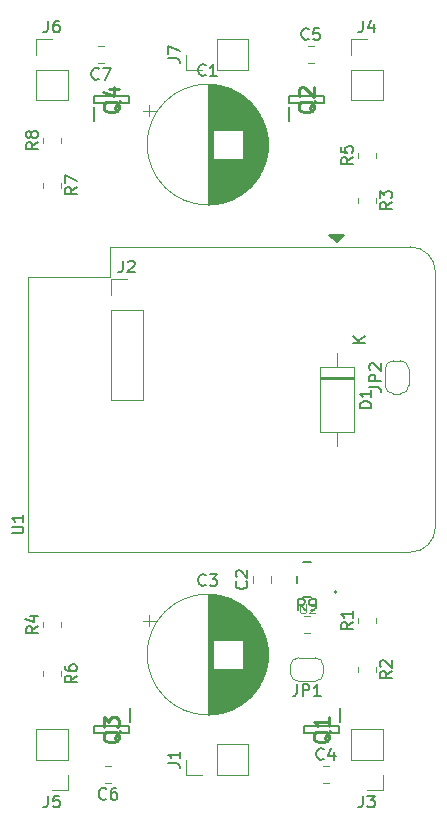
<source format=gbr>
%TF.GenerationSoftware,KiCad,Pcbnew,5.1.7-a382d34a8~88~ubuntu18.04.1*%
%TF.CreationDate,2021-04-15T09:54:52+03:00*%
%TF.ProjectId,quadimodo_pcb,71756164-696d-46f6-946f-5f7063622e6b,rev?*%
%TF.SameCoordinates,Original*%
%TF.FileFunction,Legend,Top*%
%TF.FilePolarity,Positive*%
%FSLAX46Y46*%
G04 Gerber Fmt 4.6, Leading zero omitted, Abs format (unit mm)*
G04 Created by KiCad (PCBNEW 5.1.7-a382d34a8~88~ubuntu18.04.1) date 2021-04-15 09:54:52*
%MOMM*%
%LPD*%
G01*
G04 APERTURE LIST*
%ADD10C,0.200000*%
%ADD11C,0.120000*%
%ADD12C,0.127000*%
%ADD13C,0.150000*%
%ADD14C,0.254000*%
%ADD15C,0.015000*%
G04 APERTURE END LIST*
D10*
%TO.C,Q4*%
X32790000Y-34870000D02*
X32790000Y-33670000D01*
X35765000Y-33320000D02*
X32815000Y-33320000D01*
X35765000Y-32720000D02*
X35765000Y-33320000D01*
X32815000Y-32720000D02*
X35765000Y-32720000D01*
X32815000Y-33320000D02*
X32815000Y-32720000D01*
%TO.C,Q3*%
X35790000Y-84510000D02*
X35790000Y-85710000D01*
X32815000Y-86060000D02*
X35765000Y-86060000D01*
X32815000Y-86660000D02*
X32815000Y-86060000D01*
X35765000Y-86660000D02*
X32815000Y-86660000D01*
X35765000Y-86060000D02*
X35765000Y-86660000D01*
%TO.C,Q2*%
X49300000Y-34870000D02*
X49300000Y-33670000D01*
X52275000Y-33320000D02*
X49325000Y-33320000D01*
X52275000Y-32720000D02*
X52275000Y-33320000D01*
X49325000Y-32720000D02*
X52275000Y-32720000D01*
X49325000Y-33320000D02*
X49325000Y-32720000D01*
%TO.C,Q1*%
X53570000Y-84510000D02*
X53570000Y-85710000D01*
X50595000Y-86060000D02*
X53545000Y-86060000D01*
X50595000Y-86660000D02*
X50595000Y-86060000D01*
X53545000Y-86660000D02*
X50595000Y-86660000D01*
X53545000Y-86060000D02*
X53545000Y-86660000D01*
D11*
%TO.C,JP1*%
X52200000Y-80980000D02*
X52200000Y-81580000D01*
X50100000Y-80280000D02*
X51500000Y-80280000D01*
X49400000Y-81580000D02*
X49400000Y-80980000D01*
X51500000Y-82280000D02*
X50100000Y-82280000D01*
X52200000Y-81580000D02*
G75*
G02*
X51500000Y-82280000I-700000J0D01*
G01*
X51500000Y-80280000D02*
G75*
G02*
X52200000Y-80980000I0J-700000D01*
G01*
X49400000Y-80980000D02*
G75*
G02*
X50100000Y-80280000I700000J0D01*
G01*
X50100000Y-82280000D02*
G75*
G02*
X49400000Y-81580000I0J700000D01*
G01*
%TO.C,JP2*%
X58720000Y-57930000D02*
X58120000Y-57930000D01*
X59420000Y-55830000D02*
X59420000Y-57230000D01*
X58120000Y-55130000D02*
X58720000Y-55130000D01*
X57420000Y-57230000D02*
X57420000Y-55830000D01*
X58120000Y-57930000D02*
G75*
G02*
X57420000Y-57230000I0J700000D01*
G01*
X59420000Y-57230000D02*
G75*
G02*
X58720000Y-57930000I-700000J0D01*
G01*
X58720000Y-55130000D02*
G75*
G02*
X59420000Y-55830000I0J-700000D01*
G01*
X57420000Y-55830000D02*
G75*
G02*
X58120000Y-55130000I700000J0D01*
G01*
D10*
%TO.C,U2*%
X53310000Y-74710000D02*
G75*
G03*
X53310000Y-74710000I-100000J0D01*
G01*
D12*
X51130000Y-75110000D02*
X50470000Y-75110000D01*
X50000000Y-73995000D02*
X50000000Y-73325000D01*
X50470000Y-72210000D02*
X51130000Y-72210000D01*
D11*
%TO.C,R9*%
X50572936Y-76735000D02*
X51027064Y-76735000D01*
X50572936Y-78205000D02*
X51027064Y-78205000D01*
%TO.C,J7*%
X45780000Y-30540000D02*
X45780000Y-27880000D01*
X43180000Y-30540000D02*
X45780000Y-30540000D01*
X43180000Y-27880000D02*
X45780000Y-27880000D01*
X43180000Y-30540000D02*
X43180000Y-27880000D01*
X41910000Y-30540000D02*
X40580000Y-30540000D01*
X40580000Y-30540000D02*
X40580000Y-29210000D01*
%TO.C,C7*%
X33601252Y-29945000D02*
X33078748Y-29945000D01*
X33601252Y-28475000D02*
X33078748Y-28475000D01*
%TO.C,C6*%
X34231252Y-90905000D02*
X33708748Y-90905000D01*
X34231252Y-89435000D02*
X33708748Y-89435000D01*
%TO.C,C5*%
X50858748Y-28475000D02*
X51381252Y-28475000D01*
X50858748Y-29945000D02*
X51381252Y-29945000D01*
%TO.C,C4*%
X52128748Y-89435000D02*
X52651252Y-89435000D01*
X52128748Y-90905000D02*
X52651252Y-90905000D01*
%TO.C,C2*%
X46255000Y-73921252D02*
X46255000Y-73398748D01*
X47725000Y-73921252D02*
X47725000Y-73398748D01*
%TO.C,U1*%
X34120000Y-48030000D02*
X27220000Y-48030000D01*
X34120000Y-45490000D02*
X34120000Y-48030000D01*
D13*
G36*
X53975000Y-44450000D02*
G01*
X52705000Y-44450000D01*
X53340000Y-45085000D01*
X53975000Y-44450000D01*
G37*
X53975000Y-44450000D02*
X52705000Y-44450000D01*
X53340000Y-45085000D01*
X53975000Y-44450000D01*
D11*
X61680000Y-69230000D02*
X61680000Y-47620000D01*
X27220000Y-71350000D02*
X59550000Y-71350000D01*
X34120000Y-45490000D02*
X59550000Y-45490000D01*
X27220000Y-48030000D02*
X27220000Y-71350000D01*
X61680000Y-69220000D02*
G75*
G02*
X59550000Y-71350000I-2130000J0D01*
G01*
X59550000Y-45490000D02*
G75*
G02*
X61680000Y-47620000I0J-2130000D01*
G01*
%TO.C,C1*%
X37410354Y-33455000D02*
X37410354Y-34455000D01*
X36910354Y-33955000D02*
X37910354Y-33955000D01*
X47471000Y-36231000D02*
X47471000Y-37429000D01*
X47431000Y-35968000D02*
X47431000Y-37692000D01*
X47391000Y-35768000D02*
X47391000Y-37892000D01*
X47351000Y-35600000D02*
X47351000Y-38060000D01*
X47311000Y-35452000D02*
X47311000Y-38208000D01*
X47271000Y-35320000D02*
X47271000Y-38340000D01*
X47231000Y-35200000D02*
X47231000Y-38460000D01*
X47191000Y-35088000D02*
X47191000Y-38572000D01*
X47151000Y-34984000D02*
X47151000Y-38676000D01*
X47111000Y-34886000D02*
X47111000Y-38774000D01*
X47071000Y-34793000D02*
X47071000Y-38867000D01*
X47031000Y-34705000D02*
X47031000Y-38955000D01*
X46991000Y-34621000D02*
X46991000Y-39039000D01*
X46951000Y-34541000D02*
X46951000Y-39119000D01*
X46911000Y-34465000D02*
X46911000Y-39195000D01*
X46871000Y-34391000D02*
X46871000Y-39269000D01*
X46831000Y-34320000D02*
X46831000Y-39340000D01*
X46791000Y-34251000D02*
X46791000Y-39409000D01*
X46751000Y-34185000D02*
X46751000Y-39475000D01*
X46711000Y-34121000D02*
X46711000Y-39539000D01*
X46671000Y-34060000D02*
X46671000Y-39600000D01*
X46631000Y-34000000D02*
X46631000Y-39660000D01*
X46591000Y-33941000D02*
X46591000Y-39719000D01*
X46551000Y-33885000D02*
X46551000Y-39775000D01*
X46511000Y-33830000D02*
X46511000Y-39830000D01*
X46471000Y-33776000D02*
X46471000Y-39884000D01*
X46431000Y-33724000D02*
X46431000Y-39936000D01*
X46391000Y-33674000D02*
X46391000Y-39986000D01*
X46351000Y-33624000D02*
X46351000Y-40036000D01*
X46311000Y-33576000D02*
X46311000Y-40084000D01*
X46271000Y-33529000D02*
X46271000Y-40131000D01*
X46231000Y-33483000D02*
X46231000Y-40177000D01*
X46191000Y-33438000D02*
X46191000Y-40222000D01*
X46151000Y-33394000D02*
X46151000Y-40266000D01*
X46111000Y-33352000D02*
X46111000Y-40308000D01*
X46071000Y-33310000D02*
X46071000Y-40350000D01*
X46031000Y-33269000D02*
X46031000Y-40391000D01*
X45991000Y-33229000D02*
X45991000Y-40431000D01*
X45951000Y-33190000D02*
X45951000Y-40470000D01*
X45911000Y-33151000D02*
X45911000Y-40509000D01*
X45871000Y-33114000D02*
X45871000Y-40546000D01*
X45831000Y-33077000D02*
X45831000Y-40583000D01*
X45791000Y-33041000D02*
X45791000Y-40619000D01*
X45751000Y-33006000D02*
X45751000Y-40654000D01*
X45711000Y-32972000D02*
X45711000Y-40688000D01*
X45671000Y-32938000D02*
X45671000Y-40722000D01*
X45631000Y-32905000D02*
X45631000Y-40755000D01*
X45591000Y-32873000D02*
X45591000Y-40787000D01*
X45551000Y-32841000D02*
X45551000Y-40819000D01*
X45511000Y-32810000D02*
X45511000Y-40850000D01*
X45471000Y-32780000D02*
X45471000Y-40880000D01*
X45431000Y-32750000D02*
X45431000Y-40910000D01*
X45391000Y-32720000D02*
X45391000Y-40940000D01*
X45351000Y-38071000D02*
X45351000Y-40968000D01*
X45351000Y-32692000D02*
X45351000Y-35589000D01*
X45311000Y-38071000D02*
X45311000Y-40996000D01*
X45311000Y-32664000D02*
X45311000Y-35589000D01*
X45271000Y-38071000D02*
X45271000Y-41024000D01*
X45271000Y-32636000D02*
X45271000Y-35589000D01*
X45231000Y-38071000D02*
X45231000Y-41051000D01*
X45231000Y-32609000D02*
X45231000Y-35589000D01*
X45191000Y-38071000D02*
X45191000Y-41077000D01*
X45191000Y-32583000D02*
X45191000Y-35589000D01*
X45151000Y-38071000D02*
X45151000Y-41103000D01*
X45151000Y-32557000D02*
X45151000Y-35589000D01*
X45111000Y-38071000D02*
X45111000Y-41128000D01*
X45111000Y-32532000D02*
X45111000Y-35589000D01*
X45071000Y-38071000D02*
X45071000Y-41153000D01*
X45071000Y-32507000D02*
X45071000Y-35589000D01*
X45031000Y-38071000D02*
X45031000Y-41177000D01*
X45031000Y-32483000D02*
X45031000Y-35589000D01*
X44991000Y-38071000D02*
X44991000Y-41201000D01*
X44991000Y-32459000D02*
X44991000Y-35589000D01*
X44951000Y-38071000D02*
X44951000Y-41225000D01*
X44951000Y-32435000D02*
X44951000Y-35589000D01*
X44911000Y-38071000D02*
X44911000Y-41247000D01*
X44911000Y-32413000D02*
X44911000Y-35589000D01*
X44871000Y-38071000D02*
X44871000Y-41270000D01*
X44871000Y-32390000D02*
X44871000Y-35589000D01*
X44831000Y-38071000D02*
X44831000Y-41292000D01*
X44831000Y-32368000D02*
X44831000Y-35589000D01*
X44791000Y-38071000D02*
X44791000Y-41313000D01*
X44791000Y-32347000D02*
X44791000Y-35589000D01*
X44751000Y-38071000D02*
X44751000Y-41334000D01*
X44751000Y-32326000D02*
X44751000Y-35589000D01*
X44711000Y-38071000D02*
X44711000Y-41355000D01*
X44711000Y-32305000D02*
X44711000Y-35589000D01*
X44671000Y-38071000D02*
X44671000Y-41375000D01*
X44671000Y-32285000D02*
X44671000Y-35589000D01*
X44631000Y-38071000D02*
X44631000Y-41394000D01*
X44631000Y-32266000D02*
X44631000Y-35589000D01*
X44591000Y-38071000D02*
X44591000Y-41414000D01*
X44591000Y-32246000D02*
X44591000Y-35589000D01*
X44551000Y-38071000D02*
X44551000Y-41433000D01*
X44551000Y-32227000D02*
X44551000Y-35589000D01*
X44511000Y-38071000D02*
X44511000Y-41451000D01*
X44511000Y-32209000D02*
X44511000Y-35589000D01*
X44471000Y-38071000D02*
X44471000Y-41469000D01*
X44471000Y-32191000D02*
X44471000Y-35589000D01*
X44431000Y-38071000D02*
X44431000Y-41487000D01*
X44431000Y-32173000D02*
X44431000Y-35589000D01*
X44391000Y-38071000D02*
X44391000Y-41504000D01*
X44391000Y-32156000D02*
X44391000Y-35589000D01*
X44351000Y-38071000D02*
X44351000Y-41520000D01*
X44351000Y-32140000D02*
X44351000Y-35589000D01*
X44311000Y-38071000D02*
X44311000Y-41537000D01*
X44311000Y-32123000D02*
X44311000Y-35589000D01*
X44271000Y-38071000D02*
X44271000Y-41553000D01*
X44271000Y-32107000D02*
X44271000Y-35589000D01*
X44231000Y-38071000D02*
X44231000Y-41568000D01*
X44231000Y-32092000D02*
X44231000Y-35589000D01*
X44191000Y-38071000D02*
X44191000Y-41584000D01*
X44191000Y-32076000D02*
X44191000Y-35589000D01*
X44151000Y-38071000D02*
X44151000Y-41598000D01*
X44151000Y-32062000D02*
X44151000Y-35589000D01*
X44111000Y-38071000D02*
X44111000Y-41613000D01*
X44111000Y-32047000D02*
X44111000Y-35589000D01*
X44071000Y-38071000D02*
X44071000Y-41627000D01*
X44071000Y-32033000D02*
X44071000Y-35589000D01*
X44031000Y-38071000D02*
X44031000Y-41641000D01*
X44031000Y-32019000D02*
X44031000Y-35589000D01*
X43991000Y-38071000D02*
X43991000Y-41654000D01*
X43991000Y-32006000D02*
X43991000Y-35589000D01*
X43951000Y-38071000D02*
X43951000Y-41667000D01*
X43951000Y-31993000D02*
X43951000Y-35589000D01*
X43911000Y-38071000D02*
X43911000Y-41680000D01*
X43911000Y-31980000D02*
X43911000Y-35589000D01*
X43871000Y-38071000D02*
X43871000Y-41692000D01*
X43871000Y-31968000D02*
X43871000Y-35589000D01*
X43831000Y-38071000D02*
X43831000Y-41704000D01*
X43831000Y-31956000D02*
X43831000Y-35589000D01*
X43791000Y-38071000D02*
X43791000Y-41715000D01*
X43791000Y-31945000D02*
X43791000Y-35589000D01*
X43751000Y-38071000D02*
X43751000Y-41727000D01*
X43751000Y-31933000D02*
X43751000Y-35589000D01*
X43711000Y-38071000D02*
X43711000Y-41737000D01*
X43711000Y-31923000D02*
X43711000Y-35589000D01*
X43671000Y-38071000D02*
X43671000Y-41748000D01*
X43671000Y-31912000D02*
X43671000Y-35589000D01*
X43631000Y-38071000D02*
X43631000Y-41758000D01*
X43631000Y-31902000D02*
X43631000Y-35589000D01*
X43591000Y-38071000D02*
X43591000Y-41768000D01*
X43591000Y-31892000D02*
X43591000Y-35589000D01*
X43551000Y-38071000D02*
X43551000Y-41777000D01*
X43551000Y-31883000D02*
X43551000Y-35589000D01*
X43511000Y-38071000D02*
X43511000Y-41786000D01*
X43511000Y-31874000D02*
X43511000Y-35589000D01*
X43471000Y-38071000D02*
X43471000Y-41795000D01*
X43471000Y-31865000D02*
X43471000Y-35589000D01*
X43431000Y-38071000D02*
X43431000Y-41804000D01*
X43431000Y-31856000D02*
X43431000Y-35589000D01*
X43391000Y-38071000D02*
X43391000Y-41812000D01*
X43391000Y-31848000D02*
X43391000Y-35589000D01*
X43351000Y-38071000D02*
X43351000Y-41820000D01*
X43351000Y-31840000D02*
X43351000Y-35589000D01*
X43311000Y-38071000D02*
X43311000Y-41827000D01*
X43311000Y-31833000D02*
X43311000Y-35589000D01*
X43271000Y-38071000D02*
X43271000Y-41834000D01*
X43271000Y-31826000D02*
X43271000Y-35589000D01*
X43231000Y-38071000D02*
X43231000Y-41841000D01*
X43231000Y-31819000D02*
X43231000Y-35589000D01*
X43191000Y-38071000D02*
X43191000Y-41848000D01*
X43191000Y-31812000D02*
X43191000Y-35589000D01*
X43151000Y-38071000D02*
X43151000Y-41854000D01*
X43151000Y-31806000D02*
X43151000Y-35589000D01*
X43111000Y-38071000D02*
X43111000Y-41860000D01*
X43111000Y-31800000D02*
X43111000Y-35589000D01*
X43070000Y-38071000D02*
X43070000Y-41865000D01*
X43070000Y-31795000D02*
X43070000Y-35589000D01*
X43030000Y-38071000D02*
X43030000Y-41870000D01*
X43030000Y-31790000D02*
X43030000Y-35589000D01*
X42990000Y-38071000D02*
X42990000Y-41875000D01*
X42990000Y-31785000D02*
X42990000Y-35589000D01*
X42950000Y-38071000D02*
X42950000Y-41880000D01*
X42950000Y-31780000D02*
X42950000Y-35589000D01*
X42910000Y-38071000D02*
X42910000Y-41884000D01*
X42910000Y-31776000D02*
X42910000Y-35589000D01*
X42870000Y-31772000D02*
X42870000Y-41888000D01*
X42830000Y-31768000D02*
X42830000Y-41892000D01*
X42790000Y-31765000D02*
X42790000Y-41895000D01*
X42750000Y-31762000D02*
X42750000Y-41898000D01*
X42710000Y-31760000D02*
X42710000Y-41900000D01*
X42670000Y-31757000D02*
X42670000Y-41903000D01*
X42630000Y-31755000D02*
X42630000Y-41905000D01*
X42590000Y-31753000D02*
X42590000Y-41907000D01*
X42550000Y-31752000D02*
X42550000Y-41908000D01*
X42510000Y-31751000D02*
X42510000Y-41909000D01*
X42470000Y-31750000D02*
X42470000Y-41910000D01*
X42430000Y-31750000D02*
X42430000Y-41910000D01*
X42390000Y-31750000D02*
X42390000Y-41910000D01*
X47510000Y-36830000D02*
G75*
G03*
X47510000Y-36830000I-5120000J0D01*
G01*
%TO.C,J6*%
X27880000Y-33080000D02*
X30540000Y-33080000D01*
X27880000Y-30480000D02*
X27880000Y-33080000D01*
X30540000Y-30480000D02*
X30540000Y-33080000D01*
X27880000Y-30480000D02*
X30540000Y-30480000D01*
X27880000Y-29210000D02*
X27880000Y-27880000D01*
X27880000Y-27880000D02*
X29210000Y-27880000D01*
%TO.C,J5*%
X30540000Y-86300000D02*
X27880000Y-86300000D01*
X30540000Y-88900000D02*
X30540000Y-86300000D01*
X27880000Y-88900000D02*
X27880000Y-86300000D01*
X30540000Y-88900000D02*
X27880000Y-88900000D01*
X30540000Y-90170000D02*
X30540000Y-91500000D01*
X30540000Y-91500000D02*
X29210000Y-91500000D01*
%TO.C,J4*%
X54550000Y-33080000D02*
X57210000Y-33080000D01*
X54550000Y-30480000D02*
X54550000Y-33080000D01*
X57210000Y-30480000D02*
X57210000Y-33080000D01*
X54550000Y-30480000D02*
X57210000Y-30480000D01*
X54550000Y-29210000D02*
X54550000Y-27880000D01*
X54550000Y-27880000D02*
X55880000Y-27880000D01*
%TO.C,J3*%
X57210000Y-86300000D02*
X54550000Y-86300000D01*
X57210000Y-88900000D02*
X57210000Y-86300000D01*
X54550000Y-88900000D02*
X54550000Y-86300000D01*
X57210000Y-88900000D02*
X54550000Y-88900000D01*
X57210000Y-90170000D02*
X57210000Y-91500000D01*
X57210000Y-91500000D02*
X55880000Y-91500000D01*
%TO.C,J2*%
X34230000Y-48200000D02*
X35560000Y-48200000D01*
X34230000Y-49530000D02*
X34230000Y-48200000D01*
X34230000Y-50800000D02*
X36890000Y-50800000D01*
X36890000Y-50800000D02*
X36890000Y-58480000D01*
X34230000Y-50800000D02*
X34230000Y-58480000D01*
X34230000Y-58480000D02*
X36890000Y-58480000D01*
%TO.C,J1*%
X40580000Y-90230000D02*
X40580000Y-88900000D01*
X41910000Y-90230000D02*
X40580000Y-90230000D01*
X43180000Y-90230000D02*
X43180000Y-87570000D01*
X43180000Y-87570000D02*
X45780000Y-87570000D01*
X43180000Y-90230000D02*
X45780000Y-90230000D01*
X45780000Y-90230000D02*
X45780000Y-87570000D01*
%TO.C,R8*%
X29945000Y-36699564D02*
X29945000Y-36245436D01*
X28475000Y-36699564D02*
X28475000Y-36245436D01*
%TO.C,R7*%
X28475000Y-40055436D02*
X28475000Y-40509564D01*
X29945000Y-40055436D02*
X29945000Y-40509564D01*
%TO.C,R6*%
X28475000Y-81410436D02*
X28475000Y-81864564D01*
X29945000Y-81410436D02*
X29945000Y-81864564D01*
%TO.C,R5*%
X56615000Y-37969564D02*
X56615000Y-37515436D01*
X55145000Y-37969564D02*
X55145000Y-37515436D01*
%TO.C,R4*%
X29945000Y-77697064D02*
X29945000Y-77242936D01*
X28475000Y-77697064D02*
X28475000Y-77242936D01*
%TO.C,R3*%
X55145000Y-41325436D02*
X55145000Y-41779564D01*
X56615000Y-41325436D02*
X56615000Y-41779564D01*
%TO.C,D1*%
X54810000Y-56480000D02*
X51870000Y-56480000D01*
X54810000Y-56720000D02*
X51870000Y-56720000D01*
X54810000Y-56600000D02*
X51870000Y-56600000D01*
X53340000Y-62360000D02*
X53340000Y-61140000D01*
X53340000Y-54480000D02*
X53340000Y-55700000D01*
X54810000Y-61140000D02*
X54810000Y-55700000D01*
X51870000Y-61140000D02*
X54810000Y-61140000D01*
X51870000Y-55700000D02*
X51870000Y-61140000D01*
X54810000Y-55700000D02*
X51870000Y-55700000D01*
%TO.C,C3*%
X37410354Y-76635000D02*
X37410354Y-77635000D01*
X36910354Y-77135000D02*
X37910354Y-77135000D01*
X47471000Y-79411000D02*
X47471000Y-80609000D01*
X47431000Y-79148000D02*
X47431000Y-80872000D01*
X47391000Y-78948000D02*
X47391000Y-81072000D01*
X47351000Y-78780000D02*
X47351000Y-81240000D01*
X47311000Y-78632000D02*
X47311000Y-81388000D01*
X47271000Y-78500000D02*
X47271000Y-81520000D01*
X47231000Y-78380000D02*
X47231000Y-81640000D01*
X47191000Y-78268000D02*
X47191000Y-81752000D01*
X47151000Y-78164000D02*
X47151000Y-81856000D01*
X47111000Y-78066000D02*
X47111000Y-81954000D01*
X47071000Y-77973000D02*
X47071000Y-82047000D01*
X47031000Y-77885000D02*
X47031000Y-82135000D01*
X46991000Y-77801000D02*
X46991000Y-82219000D01*
X46951000Y-77721000D02*
X46951000Y-82299000D01*
X46911000Y-77645000D02*
X46911000Y-82375000D01*
X46871000Y-77571000D02*
X46871000Y-82449000D01*
X46831000Y-77500000D02*
X46831000Y-82520000D01*
X46791000Y-77431000D02*
X46791000Y-82589000D01*
X46751000Y-77365000D02*
X46751000Y-82655000D01*
X46711000Y-77301000D02*
X46711000Y-82719000D01*
X46671000Y-77240000D02*
X46671000Y-82780000D01*
X46631000Y-77180000D02*
X46631000Y-82840000D01*
X46591000Y-77121000D02*
X46591000Y-82899000D01*
X46551000Y-77065000D02*
X46551000Y-82955000D01*
X46511000Y-77010000D02*
X46511000Y-83010000D01*
X46471000Y-76956000D02*
X46471000Y-83064000D01*
X46431000Y-76904000D02*
X46431000Y-83116000D01*
X46391000Y-76854000D02*
X46391000Y-83166000D01*
X46351000Y-76804000D02*
X46351000Y-83216000D01*
X46311000Y-76756000D02*
X46311000Y-83264000D01*
X46271000Y-76709000D02*
X46271000Y-83311000D01*
X46231000Y-76663000D02*
X46231000Y-83357000D01*
X46191000Y-76618000D02*
X46191000Y-83402000D01*
X46151000Y-76574000D02*
X46151000Y-83446000D01*
X46111000Y-76532000D02*
X46111000Y-83488000D01*
X46071000Y-76490000D02*
X46071000Y-83530000D01*
X46031000Y-76449000D02*
X46031000Y-83571000D01*
X45991000Y-76409000D02*
X45991000Y-83611000D01*
X45951000Y-76370000D02*
X45951000Y-83650000D01*
X45911000Y-76331000D02*
X45911000Y-83689000D01*
X45871000Y-76294000D02*
X45871000Y-83726000D01*
X45831000Y-76257000D02*
X45831000Y-83763000D01*
X45791000Y-76221000D02*
X45791000Y-83799000D01*
X45751000Y-76186000D02*
X45751000Y-83834000D01*
X45711000Y-76152000D02*
X45711000Y-83868000D01*
X45671000Y-76118000D02*
X45671000Y-83902000D01*
X45631000Y-76085000D02*
X45631000Y-83935000D01*
X45591000Y-76053000D02*
X45591000Y-83967000D01*
X45551000Y-76021000D02*
X45551000Y-83999000D01*
X45511000Y-75990000D02*
X45511000Y-84030000D01*
X45471000Y-75960000D02*
X45471000Y-84060000D01*
X45431000Y-75930000D02*
X45431000Y-84090000D01*
X45391000Y-75900000D02*
X45391000Y-84120000D01*
X45351000Y-81251000D02*
X45351000Y-84148000D01*
X45351000Y-75872000D02*
X45351000Y-78769000D01*
X45311000Y-81251000D02*
X45311000Y-84176000D01*
X45311000Y-75844000D02*
X45311000Y-78769000D01*
X45271000Y-81251000D02*
X45271000Y-84204000D01*
X45271000Y-75816000D02*
X45271000Y-78769000D01*
X45231000Y-81251000D02*
X45231000Y-84231000D01*
X45231000Y-75789000D02*
X45231000Y-78769000D01*
X45191000Y-81251000D02*
X45191000Y-84257000D01*
X45191000Y-75763000D02*
X45191000Y-78769000D01*
X45151000Y-81251000D02*
X45151000Y-84283000D01*
X45151000Y-75737000D02*
X45151000Y-78769000D01*
X45111000Y-81251000D02*
X45111000Y-84308000D01*
X45111000Y-75712000D02*
X45111000Y-78769000D01*
X45071000Y-81251000D02*
X45071000Y-84333000D01*
X45071000Y-75687000D02*
X45071000Y-78769000D01*
X45031000Y-81251000D02*
X45031000Y-84357000D01*
X45031000Y-75663000D02*
X45031000Y-78769000D01*
X44991000Y-81251000D02*
X44991000Y-84381000D01*
X44991000Y-75639000D02*
X44991000Y-78769000D01*
X44951000Y-81251000D02*
X44951000Y-84405000D01*
X44951000Y-75615000D02*
X44951000Y-78769000D01*
X44911000Y-81251000D02*
X44911000Y-84427000D01*
X44911000Y-75593000D02*
X44911000Y-78769000D01*
X44871000Y-81251000D02*
X44871000Y-84450000D01*
X44871000Y-75570000D02*
X44871000Y-78769000D01*
X44831000Y-81251000D02*
X44831000Y-84472000D01*
X44831000Y-75548000D02*
X44831000Y-78769000D01*
X44791000Y-81251000D02*
X44791000Y-84493000D01*
X44791000Y-75527000D02*
X44791000Y-78769000D01*
X44751000Y-81251000D02*
X44751000Y-84514000D01*
X44751000Y-75506000D02*
X44751000Y-78769000D01*
X44711000Y-81251000D02*
X44711000Y-84535000D01*
X44711000Y-75485000D02*
X44711000Y-78769000D01*
X44671000Y-81251000D02*
X44671000Y-84555000D01*
X44671000Y-75465000D02*
X44671000Y-78769000D01*
X44631000Y-81251000D02*
X44631000Y-84574000D01*
X44631000Y-75446000D02*
X44631000Y-78769000D01*
X44591000Y-81251000D02*
X44591000Y-84594000D01*
X44591000Y-75426000D02*
X44591000Y-78769000D01*
X44551000Y-81251000D02*
X44551000Y-84613000D01*
X44551000Y-75407000D02*
X44551000Y-78769000D01*
X44511000Y-81251000D02*
X44511000Y-84631000D01*
X44511000Y-75389000D02*
X44511000Y-78769000D01*
X44471000Y-81251000D02*
X44471000Y-84649000D01*
X44471000Y-75371000D02*
X44471000Y-78769000D01*
X44431000Y-81251000D02*
X44431000Y-84667000D01*
X44431000Y-75353000D02*
X44431000Y-78769000D01*
X44391000Y-81251000D02*
X44391000Y-84684000D01*
X44391000Y-75336000D02*
X44391000Y-78769000D01*
X44351000Y-81251000D02*
X44351000Y-84700000D01*
X44351000Y-75320000D02*
X44351000Y-78769000D01*
X44311000Y-81251000D02*
X44311000Y-84717000D01*
X44311000Y-75303000D02*
X44311000Y-78769000D01*
X44271000Y-81251000D02*
X44271000Y-84733000D01*
X44271000Y-75287000D02*
X44271000Y-78769000D01*
X44231000Y-81251000D02*
X44231000Y-84748000D01*
X44231000Y-75272000D02*
X44231000Y-78769000D01*
X44191000Y-81251000D02*
X44191000Y-84764000D01*
X44191000Y-75256000D02*
X44191000Y-78769000D01*
X44151000Y-81251000D02*
X44151000Y-84778000D01*
X44151000Y-75242000D02*
X44151000Y-78769000D01*
X44111000Y-81251000D02*
X44111000Y-84793000D01*
X44111000Y-75227000D02*
X44111000Y-78769000D01*
X44071000Y-81251000D02*
X44071000Y-84807000D01*
X44071000Y-75213000D02*
X44071000Y-78769000D01*
X44031000Y-81251000D02*
X44031000Y-84821000D01*
X44031000Y-75199000D02*
X44031000Y-78769000D01*
X43991000Y-81251000D02*
X43991000Y-84834000D01*
X43991000Y-75186000D02*
X43991000Y-78769000D01*
X43951000Y-81251000D02*
X43951000Y-84847000D01*
X43951000Y-75173000D02*
X43951000Y-78769000D01*
X43911000Y-81251000D02*
X43911000Y-84860000D01*
X43911000Y-75160000D02*
X43911000Y-78769000D01*
X43871000Y-81251000D02*
X43871000Y-84872000D01*
X43871000Y-75148000D02*
X43871000Y-78769000D01*
X43831000Y-81251000D02*
X43831000Y-84884000D01*
X43831000Y-75136000D02*
X43831000Y-78769000D01*
X43791000Y-81251000D02*
X43791000Y-84895000D01*
X43791000Y-75125000D02*
X43791000Y-78769000D01*
X43751000Y-81251000D02*
X43751000Y-84907000D01*
X43751000Y-75113000D02*
X43751000Y-78769000D01*
X43711000Y-81251000D02*
X43711000Y-84917000D01*
X43711000Y-75103000D02*
X43711000Y-78769000D01*
X43671000Y-81251000D02*
X43671000Y-84928000D01*
X43671000Y-75092000D02*
X43671000Y-78769000D01*
X43631000Y-81251000D02*
X43631000Y-84938000D01*
X43631000Y-75082000D02*
X43631000Y-78769000D01*
X43591000Y-81251000D02*
X43591000Y-84948000D01*
X43591000Y-75072000D02*
X43591000Y-78769000D01*
X43551000Y-81251000D02*
X43551000Y-84957000D01*
X43551000Y-75063000D02*
X43551000Y-78769000D01*
X43511000Y-81251000D02*
X43511000Y-84966000D01*
X43511000Y-75054000D02*
X43511000Y-78769000D01*
X43471000Y-81251000D02*
X43471000Y-84975000D01*
X43471000Y-75045000D02*
X43471000Y-78769000D01*
X43431000Y-81251000D02*
X43431000Y-84984000D01*
X43431000Y-75036000D02*
X43431000Y-78769000D01*
X43391000Y-81251000D02*
X43391000Y-84992000D01*
X43391000Y-75028000D02*
X43391000Y-78769000D01*
X43351000Y-81251000D02*
X43351000Y-85000000D01*
X43351000Y-75020000D02*
X43351000Y-78769000D01*
X43311000Y-81251000D02*
X43311000Y-85007000D01*
X43311000Y-75013000D02*
X43311000Y-78769000D01*
X43271000Y-81251000D02*
X43271000Y-85014000D01*
X43271000Y-75006000D02*
X43271000Y-78769000D01*
X43231000Y-81251000D02*
X43231000Y-85021000D01*
X43231000Y-74999000D02*
X43231000Y-78769000D01*
X43191000Y-81251000D02*
X43191000Y-85028000D01*
X43191000Y-74992000D02*
X43191000Y-78769000D01*
X43151000Y-81251000D02*
X43151000Y-85034000D01*
X43151000Y-74986000D02*
X43151000Y-78769000D01*
X43111000Y-81251000D02*
X43111000Y-85040000D01*
X43111000Y-74980000D02*
X43111000Y-78769000D01*
X43070000Y-81251000D02*
X43070000Y-85045000D01*
X43070000Y-74975000D02*
X43070000Y-78769000D01*
X43030000Y-81251000D02*
X43030000Y-85050000D01*
X43030000Y-74970000D02*
X43030000Y-78769000D01*
X42990000Y-81251000D02*
X42990000Y-85055000D01*
X42990000Y-74965000D02*
X42990000Y-78769000D01*
X42950000Y-81251000D02*
X42950000Y-85060000D01*
X42950000Y-74960000D02*
X42950000Y-78769000D01*
X42910000Y-81251000D02*
X42910000Y-85064000D01*
X42910000Y-74956000D02*
X42910000Y-78769000D01*
X42870000Y-74952000D02*
X42870000Y-85068000D01*
X42830000Y-74948000D02*
X42830000Y-85072000D01*
X42790000Y-74945000D02*
X42790000Y-85075000D01*
X42750000Y-74942000D02*
X42750000Y-85078000D01*
X42710000Y-74940000D02*
X42710000Y-85080000D01*
X42670000Y-74937000D02*
X42670000Y-85083000D01*
X42630000Y-74935000D02*
X42630000Y-85085000D01*
X42590000Y-74933000D02*
X42590000Y-85087000D01*
X42550000Y-74932000D02*
X42550000Y-85088000D01*
X42510000Y-74931000D02*
X42510000Y-85089000D01*
X42470000Y-74930000D02*
X42470000Y-85090000D01*
X42430000Y-74930000D02*
X42430000Y-85090000D01*
X42390000Y-74930000D02*
X42390000Y-85090000D01*
X47510000Y-80010000D02*
G75*
G03*
X47510000Y-80010000I-5120000J0D01*
G01*
%TO.C,R2*%
X55145000Y-81052936D02*
X55145000Y-81507064D01*
X56615000Y-81052936D02*
X56615000Y-81507064D01*
%TO.C,R1*%
X56615000Y-77339564D02*
X56615000Y-76885436D01*
X55145000Y-77339564D02*
X55145000Y-76885436D01*
%TO.C,Q4*%
D14*
X34985476Y-33140952D02*
X34925000Y-33261904D01*
X34804047Y-33382857D01*
X34622619Y-33564285D01*
X34562142Y-33685238D01*
X34562142Y-33806190D01*
X34864523Y-33745714D02*
X34804047Y-33866666D01*
X34683095Y-33987619D01*
X34441190Y-34048095D01*
X34017857Y-34048095D01*
X33775952Y-33987619D01*
X33655000Y-33866666D01*
X33594523Y-33745714D01*
X33594523Y-33503809D01*
X33655000Y-33382857D01*
X33775952Y-33261904D01*
X34017857Y-33201428D01*
X34441190Y-33201428D01*
X34683095Y-33261904D01*
X34804047Y-33382857D01*
X34864523Y-33503809D01*
X34864523Y-33745714D01*
X34017857Y-32112857D02*
X34864523Y-32112857D01*
X33534047Y-32415238D02*
X34441190Y-32717619D01*
X34441190Y-31931428D01*
%TO.C,Q3*%
X34985476Y-86480952D02*
X34925000Y-86601904D01*
X34804047Y-86722857D01*
X34622619Y-86904285D01*
X34562142Y-87025238D01*
X34562142Y-87146190D01*
X34864523Y-87085714D02*
X34804047Y-87206666D01*
X34683095Y-87327619D01*
X34441190Y-87388095D01*
X34017857Y-87388095D01*
X33775952Y-87327619D01*
X33655000Y-87206666D01*
X33594523Y-87085714D01*
X33594523Y-86843809D01*
X33655000Y-86722857D01*
X33775952Y-86601904D01*
X34017857Y-86541428D01*
X34441190Y-86541428D01*
X34683095Y-86601904D01*
X34804047Y-86722857D01*
X34864523Y-86843809D01*
X34864523Y-87085714D01*
X33594523Y-86118095D02*
X33594523Y-85331904D01*
X34078333Y-85755238D01*
X34078333Y-85573809D01*
X34138809Y-85452857D01*
X34199285Y-85392380D01*
X34320238Y-85331904D01*
X34622619Y-85331904D01*
X34743571Y-85392380D01*
X34804047Y-85452857D01*
X34864523Y-85573809D01*
X34864523Y-85936666D01*
X34804047Y-86057619D01*
X34743571Y-86118095D01*
%TO.C,Q2*%
X51495476Y-33140952D02*
X51435000Y-33261904D01*
X51314047Y-33382857D01*
X51132619Y-33564285D01*
X51072142Y-33685238D01*
X51072142Y-33806190D01*
X51374523Y-33745714D02*
X51314047Y-33866666D01*
X51193095Y-33987619D01*
X50951190Y-34048095D01*
X50527857Y-34048095D01*
X50285952Y-33987619D01*
X50165000Y-33866666D01*
X50104523Y-33745714D01*
X50104523Y-33503809D01*
X50165000Y-33382857D01*
X50285952Y-33261904D01*
X50527857Y-33201428D01*
X50951190Y-33201428D01*
X51193095Y-33261904D01*
X51314047Y-33382857D01*
X51374523Y-33503809D01*
X51374523Y-33745714D01*
X50225476Y-32717619D02*
X50165000Y-32657142D01*
X50104523Y-32536190D01*
X50104523Y-32233809D01*
X50165000Y-32112857D01*
X50225476Y-32052380D01*
X50346428Y-31991904D01*
X50467380Y-31991904D01*
X50648809Y-32052380D01*
X51374523Y-32778095D01*
X51374523Y-31991904D01*
%TO.C,Q1*%
X52765476Y-86480952D02*
X52705000Y-86601904D01*
X52584047Y-86722857D01*
X52402619Y-86904285D01*
X52342142Y-87025238D01*
X52342142Y-87146190D01*
X52644523Y-87085714D02*
X52584047Y-87206666D01*
X52463095Y-87327619D01*
X52221190Y-87388095D01*
X51797857Y-87388095D01*
X51555952Y-87327619D01*
X51435000Y-87206666D01*
X51374523Y-87085714D01*
X51374523Y-86843809D01*
X51435000Y-86722857D01*
X51555952Y-86601904D01*
X51797857Y-86541428D01*
X52221190Y-86541428D01*
X52463095Y-86601904D01*
X52584047Y-86722857D01*
X52644523Y-86843809D01*
X52644523Y-87085714D01*
X52644523Y-85331904D02*
X52644523Y-86057619D01*
X52644523Y-85694761D02*
X51374523Y-85694761D01*
X51555952Y-85815714D01*
X51676904Y-85936666D01*
X51737380Y-86057619D01*
%TO.C,JP1*%
D13*
X49966666Y-82532380D02*
X49966666Y-83246666D01*
X49919047Y-83389523D01*
X49823809Y-83484761D01*
X49680952Y-83532380D01*
X49585714Y-83532380D01*
X50442857Y-83532380D02*
X50442857Y-82532380D01*
X50823809Y-82532380D01*
X50919047Y-82580000D01*
X50966666Y-82627619D01*
X51014285Y-82722857D01*
X51014285Y-82865714D01*
X50966666Y-82960952D01*
X50919047Y-83008571D01*
X50823809Y-83056190D01*
X50442857Y-83056190D01*
X51966666Y-83532380D02*
X51395238Y-83532380D01*
X51680952Y-83532380D02*
X51680952Y-82532380D01*
X51585714Y-82675238D01*
X51490476Y-82770476D01*
X51395238Y-82818095D01*
%TO.C,JP2*%
X56072380Y-57363333D02*
X56786666Y-57363333D01*
X56929523Y-57410952D01*
X57024761Y-57506190D01*
X57072380Y-57649047D01*
X57072380Y-57744285D01*
X57072380Y-56887142D02*
X56072380Y-56887142D01*
X56072380Y-56506190D01*
X56120000Y-56410952D01*
X56167619Y-56363333D01*
X56262857Y-56315714D01*
X56405714Y-56315714D01*
X56500952Y-56363333D01*
X56548571Y-56410952D01*
X56596190Y-56506190D01*
X56596190Y-56887142D01*
X56167619Y-55934761D02*
X56120000Y-55887142D01*
X56072380Y-55791904D01*
X56072380Y-55553809D01*
X56120000Y-55458571D01*
X56167619Y-55410952D01*
X56262857Y-55363333D01*
X56358095Y-55363333D01*
X56500952Y-55410952D01*
X57072380Y-55982380D01*
X57072380Y-55363333D01*
%TO.C,U2*%
D15*
X50250476Y-75729904D02*
X50250476Y-76377523D01*
X50288571Y-76453714D01*
X50326666Y-76491809D01*
X50402857Y-76529904D01*
X50555238Y-76529904D01*
X50631428Y-76491809D01*
X50669523Y-76453714D01*
X50707619Y-76377523D01*
X50707619Y-75729904D01*
X51050476Y-75806095D02*
X51088571Y-75768000D01*
X51164761Y-75729904D01*
X51355238Y-75729904D01*
X51431428Y-75768000D01*
X51469523Y-75806095D01*
X51507619Y-75882285D01*
X51507619Y-75958476D01*
X51469523Y-76072761D01*
X51012380Y-76529904D01*
X51507619Y-76529904D01*
%TO.C,R9*%
D13*
X50633333Y-76272380D02*
X50300000Y-75796190D01*
X50061904Y-76272380D02*
X50061904Y-75272380D01*
X50442857Y-75272380D01*
X50538095Y-75320000D01*
X50585714Y-75367619D01*
X50633333Y-75462857D01*
X50633333Y-75605714D01*
X50585714Y-75700952D01*
X50538095Y-75748571D01*
X50442857Y-75796190D01*
X50061904Y-75796190D01*
X51109523Y-76272380D02*
X51300000Y-76272380D01*
X51395238Y-76224761D01*
X51442857Y-76177142D01*
X51538095Y-76034285D01*
X51585714Y-75843809D01*
X51585714Y-75462857D01*
X51538095Y-75367619D01*
X51490476Y-75320000D01*
X51395238Y-75272380D01*
X51204761Y-75272380D01*
X51109523Y-75320000D01*
X51061904Y-75367619D01*
X51014285Y-75462857D01*
X51014285Y-75700952D01*
X51061904Y-75796190D01*
X51109523Y-75843809D01*
X51204761Y-75891428D01*
X51395238Y-75891428D01*
X51490476Y-75843809D01*
X51538095Y-75796190D01*
X51585714Y-75700952D01*
%TO.C,J7*%
X39032380Y-29543333D02*
X39746666Y-29543333D01*
X39889523Y-29590952D01*
X39984761Y-29686190D01*
X40032380Y-29829047D01*
X40032380Y-29924285D01*
X39032380Y-29162380D02*
X39032380Y-28495714D01*
X40032380Y-28924285D01*
%TO.C,C7*%
X33173333Y-31247142D02*
X33125714Y-31294761D01*
X32982857Y-31342380D01*
X32887619Y-31342380D01*
X32744761Y-31294761D01*
X32649523Y-31199523D01*
X32601904Y-31104285D01*
X32554285Y-30913809D01*
X32554285Y-30770952D01*
X32601904Y-30580476D01*
X32649523Y-30485238D01*
X32744761Y-30390000D01*
X32887619Y-30342380D01*
X32982857Y-30342380D01*
X33125714Y-30390000D01*
X33173333Y-30437619D01*
X33506666Y-30342380D02*
X34173333Y-30342380D01*
X33744761Y-31342380D01*
%TO.C,C6*%
X33803333Y-92207142D02*
X33755714Y-92254761D01*
X33612857Y-92302380D01*
X33517619Y-92302380D01*
X33374761Y-92254761D01*
X33279523Y-92159523D01*
X33231904Y-92064285D01*
X33184285Y-91873809D01*
X33184285Y-91730952D01*
X33231904Y-91540476D01*
X33279523Y-91445238D01*
X33374761Y-91350000D01*
X33517619Y-91302380D01*
X33612857Y-91302380D01*
X33755714Y-91350000D01*
X33803333Y-91397619D01*
X34660476Y-91302380D02*
X34470000Y-91302380D01*
X34374761Y-91350000D01*
X34327142Y-91397619D01*
X34231904Y-91540476D01*
X34184285Y-91730952D01*
X34184285Y-92111904D01*
X34231904Y-92207142D01*
X34279523Y-92254761D01*
X34374761Y-92302380D01*
X34565238Y-92302380D01*
X34660476Y-92254761D01*
X34708095Y-92207142D01*
X34755714Y-92111904D01*
X34755714Y-91873809D01*
X34708095Y-91778571D01*
X34660476Y-91730952D01*
X34565238Y-91683333D01*
X34374761Y-91683333D01*
X34279523Y-91730952D01*
X34231904Y-91778571D01*
X34184285Y-91873809D01*
%TO.C,C5*%
X50953333Y-27887142D02*
X50905714Y-27934761D01*
X50762857Y-27982380D01*
X50667619Y-27982380D01*
X50524761Y-27934761D01*
X50429523Y-27839523D01*
X50381904Y-27744285D01*
X50334285Y-27553809D01*
X50334285Y-27410952D01*
X50381904Y-27220476D01*
X50429523Y-27125238D01*
X50524761Y-27030000D01*
X50667619Y-26982380D01*
X50762857Y-26982380D01*
X50905714Y-27030000D01*
X50953333Y-27077619D01*
X51858095Y-26982380D02*
X51381904Y-26982380D01*
X51334285Y-27458571D01*
X51381904Y-27410952D01*
X51477142Y-27363333D01*
X51715238Y-27363333D01*
X51810476Y-27410952D01*
X51858095Y-27458571D01*
X51905714Y-27553809D01*
X51905714Y-27791904D01*
X51858095Y-27887142D01*
X51810476Y-27934761D01*
X51715238Y-27982380D01*
X51477142Y-27982380D01*
X51381904Y-27934761D01*
X51334285Y-27887142D01*
%TO.C,C4*%
X52223333Y-88847142D02*
X52175714Y-88894761D01*
X52032857Y-88942380D01*
X51937619Y-88942380D01*
X51794761Y-88894761D01*
X51699523Y-88799523D01*
X51651904Y-88704285D01*
X51604285Y-88513809D01*
X51604285Y-88370952D01*
X51651904Y-88180476D01*
X51699523Y-88085238D01*
X51794761Y-87990000D01*
X51937619Y-87942380D01*
X52032857Y-87942380D01*
X52175714Y-87990000D01*
X52223333Y-88037619D01*
X53080476Y-88275714D02*
X53080476Y-88942380D01*
X52842380Y-87894761D02*
X52604285Y-88609047D01*
X53223333Y-88609047D01*
%TO.C,C2*%
X45667142Y-73826666D02*
X45714761Y-73874285D01*
X45762380Y-74017142D01*
X45762380Y-74112380D01*
X45714761Y-74255238D01*
X45619523Y-74350476D01*
X45524285Y-74398095D01*
X45333809Y-74445714D01*
X45190952Y-74445714D01*
X45000476Y-74398095D01*
X44905238Y-74350476D01*
X44810000Y-74255238D01*
X44762380Y-74112380D01*
X44762380Y-74017142D01*
X44810000Y-73874285D01*
X44857619Y-73826666D01*
X44857619Y-73445714D02*
X44810000Y-73398095D01*
X44762380Y-73302857D01*
X44762380Y-73064761D01*
X44810000Y-72969523D01*
X44857619Y-72921904D01*
X44952857Y-72874285D01*
X45048095Y-72874285D01*
X45190952Y-72921904D01*
X45762380Y-73493333D01*
X45762380Y-72874285D01*
%TO.C,U1*%
X25792380Y-69751904D02*
X26601904Y-69751904D01*
X26697142Y-69704285D01*
X26744761Y-69656666D01*
X26792380Y-69561428D01*
X26792380Y-69370952D01*
X26744761Y-69275714D01*
X26697142Y-69228095D01*
X26601904Y-69180476D01*
X25792380Y-69180476D01*
X26792380Y-68180476D02*
X26792380Y-68751904D01*
X26792380Y-68466190D02*
X25792380Y-68466190D01*
X25935238Y-68561428D01*
X26030476Y-68656666D01*
X26078095Y-68751904D01*
%TO.C,C1*%
X42223333Y-30937142D02*
X42175714Y-30984761D01*
X42032857Y-31032380D01*
X41937619Y-31032380D01*
X41794761Y-30984761D01*
X41699523Y-30889523D01*
X41651904Y-30794285D01*
X41604285Y-30603809D01*
X41604285Y-30460952D01*
X41651904Y-30270476D01*
X41699523Y-30175238D01*
X41794761Y-30080000D01*
X41937619Y-30032380D01*
X42032857Y-30032380D01*
X42175714Y-30080000D01*
X42223333Y-30127619D01*
X43175714Y-31032380D02*
X42604285Y-31032380D01*
X42890000Y-31032380D02*
X42890000Y-30032380D01*
X42794761Y-30175238D01*
X42699523Y-30270476D01*
X42604285Y-30318095D01*
%TO.C,J6*%
X28876666Y-26332380D02*
X28876666Y-27046666D01*
X28829047Y-27189523D01*
X28733809Y-27284761D01*
X28590952Y-27332380D01*
X28495714Y-27332380D01*
X29781428Y-26332380D02*
X29590952Y-26332380D01*
X29495714Y-26380000D01*
X29448095Y-26427619D01*
X29352857Y-26570476D01*
X29305238Y-26760952D01*
X29305238Y-27141904D01*
X29352857Y-27237142D01*
X29400476Y-27284761D01*
X29495714Y-27332380D01*
X29686190Y-27332380D01*
X29781428Y-27284761D01*
X29829047Y-27237142D01*
X29876666Y-27141904D01*
X29876666Y-26903809D01*
X29829047Y-26808571D01*
X29781428Y-26760952D01*
X29686190Y-26713333D01*
X29495714Y-26713333D01*
X29400476Y-26760952D01*
X29352857Y-26808571D01*
X29305238Y-26903809D01*
%TO.C,J5*%
X28876666Y-91952380D02*
X28876666Y-92666666D01*
X28829047Y-92809523D01*
X28733809Y-92904761D01*
X28590952Y-92952380D01*
X28495714Y-92952380D01*
X29829047Y-91952380D02*
X29352857Y-91952380D01*
X29305238Y-92428571D01*
X29352857Y-92380952D01*
X29448095Y-92333333D01*
X29686190Y-92333333D01*
X29781428Y-92380952D01*
X29829047Y-92428571D01*
X29876666Y-92523809D01*
X29876666Y-92761904D01*
X29829047Y-92857142D01*
X29781428Y-92904761D01*
X29686190Y-92952380D01*
X29448095Y-92952380D01*
X29352857Y-92904761D01*
X29305238Y-92857142D01*
%TO.C,J4*%
X55546666Y-26332380D02*
X55546666Y-27046666D01*
X55499047Y-27189523D01*
X55403809Y-27284761D01*
X55260952Y-27332380D01*
X55165714Y-27332380D01*
X56451428Y-26665714D02*
X56451428Y-27332380D01*
X56213333Y-26284761D02*
X55975238Y-26999047D01*
X56594285Y-26999047D01*
%TO.C,J3*%
X55546666Y-91952380D02*
X55546666Y-92666666D01*
X55499047Y-92809523D01*
X55403809Y-92904761D01*
X55260952Y-92952380D01*
X55165714Y-92952380D01*
X55927619Y-91952380D02*
X56546666Y-91952380D01*
X56213333Y-92333333D01*
X56356190Y-92333333D01*
X56451428Y-92380952D01*
X56499047Y-92428571D01*
X56546666Y-92523809D01*
X56546666Y-92761904D01*
X56499047Y-92857142D01*
X56451428Y-92904761D01*
X56356190Y-92952380D01*
X56070476Y-92952380D01*
X55975238Y-92904761D01*
X55927619Y-92857142D01*
%TO.C,J2*%
X35226666Y-46652380D02*
X35226666Y-47366666D01*
X35179047Y-47509523D01*
X35083809Y-47604761D01*
X34940952Y-47652380D01*
X34845714Y-47652380D01*
X35655238Y-46747619D02*
X35702857Y-46700000D01*
X35798095Y-46652380D01*
X36036190Y-46652380D01*
X36131428Y-46700000D01*
X36179047Y-46747619D01*
X36226666Y-46842857D01*
X36226666Y-46938095D01*
X36179047Y-47080952D01*
X35607619Y-47652380D01*
X36226666Y-47652380D01*
%TO.C,J1*%
X39032380Y-89233333D02*
X39746666Y-89233333D01*
X39889523Y-89280952D01*
X39984761Y-89376190D01*
X40032380Y-89519047D01*
X40032380Y-89614285D01*
X40032380Y-88233333D02*
X40032380Y-88804761D01*
X40032380Y-88519047D02*
X39032380Y-88519047D01*
X39175238Y-88614285D01*
X39270476Y-88709523D01*
X39318095Y-88804761D01*
%TO.C,R8*%
X28012380Y-36639166D02*
X27536190Y-36972500D01*
X28012380Y-37210595D02*
X27012380Y-37210595D01*
X27012380Y-36829642D01*
X27060000Y-36734404D01*
X27107619Y-36686785D01*
X27202857Y-36639166D01*
X27345714Y-36639166D01*
X27440952Y-36686785D01*
X27488571Y-36734404D01*
X27536190Y-36829642D01*
X27536190Y-37210595D01*
X27440952Y-36067738D02*
X27393333Y-36162976D01*
X27345714Y-36210595D01*
X27250476Y-36258214D01*
X27202857Y-36258214D01*
X27107619Y-36210595D01*
X27060000Y-36162976D01*
X27012380Y-36067738D01*
X27012380Y-35877261D01*
X27060000Y-35782023D01*
X27107619Y-35734404D01*
X27202857Y-35686785D01*
X27250476Y-35686785D01*
X27345714Y-35734404D01*
X27393333Y-35782023D01*
X27440952Y-35877261D01*
X27440952Y-36067738D01*
X27488571Y-36162976D01*
X27536190Y-36210595D01*
X27631428Y-36258214D01*
X27821904Y-36258214D01*
X27917142Y-36210595D01*
X27964761Y-36162976D01*
X28012380Y-36067738D01*
X28012380Y-35877261D01*
X27964761Y-35782023D01*
X27917142Y-35734404D01*
X27821904Y-35686785D01*
X27631428Y-35686785D01*
X27536190Y-35734404D01*
X27488571Y-35782023D01*
X27440952Y-35877261D01*
%TO.C,R7*%
X31312380Y-40449166D02*
X30836190Y-40782500D01*
X31312380Y-41020595D02*
X30312380Y-41020595D01*
X30312380Y-40639642D01*
X30360000Y-40544404D01*
X30407619Y-40496785D01*
X30502857Y-40449166D01*
X30645714Y-40449166D01*
X30740952Y-40496785D01*
X30788571Y-40544404D01*
X30836190Y-40639642D01*
X30836190Y-41020595D01*
X30312380Y-40115833D02*
X30312380Y-39449166D01*
X31312380Y-39877738D01*
%TO.C,R6*%
X31312380Y-81804166D02*
X30836190Y-82137500D01*
X31312380Y-82375595D02*
X30312380Y-82375595D01*
X30312380Y-81994642D01*
X30360000Y-81899404D01*
X30407619Y-81851785D01*
X30502857Y-81804166D01*
X30645714Y-81804166D01*
X30740952Y-81851785D01*
X30788571Y-81899404D01*
X30836190Y-81994642D01*
X30836190Y-82375595D01*
X30312380Y-80947023D02*
X30312380Y-81137500D01*
X30360000Y-81232738D01*
X30407619Y-81280357D01*
X30550476Y-81375595D01*
X30740952Y-81423214D01*
X31121904Y-81423214D01*
X31217142Y-81375595D01*
X31264761Y-81327976D01*
X31312380Y-81232738D01*
X31312380Y-81042261D01*
X31264761Y-80947023D01*
X31217142Y-80899404D01*
X31121904Y-80851785D01*
X30883809Y-80851785D01*
X30788571Y-80899404D01*
X30740952Y-80947023D01*
X30693333Y-81042261D01*
X30693333Y-81232738D01*
X30740952Y-81327976D01*
X30788571Y-81375595D01*
X30883809Y-81423214D01*
%TO.C,R5*%
X54682380Y-37909166D02*
X54206190Y-38242500D01*
X54682380Y-38480595D02*
X53682380Y-38480595D01*
X53682380Y-38099642D01*
X53730000Y-38004404D01*
X53777619Y-37956785D01*
X53872857Y-37909166D01*
X54015714Y-37909166D01*
X54110952Y-37956785D01*
X54158571Y-38004404D01*
X54206190Y-38099642D01*
X54206190Y-38480595D01*
X53682380Y-37004404D02*
X53682380Y-37480595D01*
X54158571Y-37528214D01*
X54110952Y-37480595D01*
X54063333Y-37385357D01*
X54063333Y-37147261D01*
X54110952Y-37052023D01*
X54158571Y-37004404D01*
X54253809Y-36956785D01*
X54491904Y-36956785D01*
X54587142Y-37004404D01*
X54634761Y-37052023D01*
X54682380Y-37147261D01*
X54682380Y-37385357D01*
X54634761Y-37480595D01*
X54587142Y-37528214D01*
%TO.C,R4*%
X28012380Y-77636666D02*
X27536190Y-77970000D01*
X28012380Y-78208095D02*
X27012380Y-78208095D01*
X27012380Y-77827142D01*
X27060000Y-77731904D01*
X27107619Y-77684285D01*
X27202857Y-77636666D01*
X27345714Y-77636666D01*
X27440952Y-77684285D01*
X27488571Y-77731904D01*
X27536190Y-77827142D01*
X27536190Y-78208095D01*
X27345714Y-76779523D02*
X28012380Y-76779523D01*
X26964761Y-77017619D02*
X27679047Y-77255714D01*
X27679047Y-76636666D01*
%TO.C,R3*%
X57982380Y-41719166D02*
X57506190Y-42052500D01*
X57982380Y-42290595D02*
X56982380Y-42290595D01*
X56982380Y-41909642D01*
X57030000Y-41814404D01*
X57077619Y-41766785D01*
X57172857Y-41719166D01*
X57315714Y-41719166D01*
X57410952Y-41766785D01*
X57458571Y-41814404D01*
X57506190Y-41909642D01*
X57506190Y-42290595D01*
X56982380Y-41385833D02*
X56982380Y-40766785D01*
X57363333Y-41100119D01*
X57363333Y-40957261D01*
X57410952Y-40862023D01*
X57458571Y-40814404D01*
X57553809Y-40766785D01*
X57791904Y-40766785D01*
X57887142Y-40814404D01*
X57934761Y-40862023D01*
X57982380Y-40957261D01*
X57982380Y-41242976D01*
X57934761Y-41338214D01*
X57887142Y-41385833D01*
%TO.C,D1*%
X56262380Y-59158095D02*
X55262380Y-59158095D01*
X55262380Y-58920000D01*
X55310000Y-58777142D01*
X55405238Y-58681904D01*
X55500476Y-58634285D01*
X55690952Y-58586666D01*
X55833809Y-58586666D01*
X56024285Y-58634285D01*
X56119523Y-58681904D01*
X56214761Y-58777142D01*
X56262380Y-58920000D01*
X56262380Y-59158095D01*
X56262380Y-57634285D02*
X56262380Y-58205714D01*
X56262380Y-57920000D02*
X55262380Y-57920000D01*
X55405238Y-58015238D01*
X55500476Y-58110476D01*
X55548095Y-58205714D01*
X55692380Y-53601904D02*
X54692380Y-53601904D01*
X55692380Y-53030476D02*
X55120952Y-53459047D01*
X54692380Y-53030476D02*
X55263809Y-53601904D01*
%TO.C,C3*%
X42223333Y-74117142D02*
X42175714Y-74164761D01*
X42032857Y-74212380D01*
X41937619Y-74212380D01*
X41794761Y-74164761D01*
X41699523Y-74069523D01*
X41651904Y-73974285D01*
X41604285Y-73783809D01*
X41604285Y-73640952D01*
X41651904Y-73450476D01*
X41699523Y-73355238D01*
X41794761Y-73260000D01*
X41937619Y-73212380D01*
X42032857Y-73212380D01*
X42175714Y-73260000D01*
X42223333Y-73307619D01*
X42556666Y-73212380D02*
X43175714Y-73212380D01*
X42842380Y-73593333D01*
X42985238Y-73593333D01*
X43080476Y-73640952D01*
X43128095Y-73688571D01*
X43175714Y-73783809D01*
X43175714Y-74021904D01*
X43128095Y-74117142D01*
X43080476Y-74164761D01*
X42985238Y-74212380D01*
X42699523Y-74212380D01*
X42604285Y-74164761D01*
X42556666Y-74117142D01*
%TO.C,R2*%
X57982380Y-81446666D02*
X57506190Y-81780000D01*
X57982380Y-82018095D02*
X56982380Y-82018095D01*
X56982380Y-81637142D01*
X57030000Y-81541904D01*
X57077619Y-81494285D01*
X57172857Y-81446666D01*
X57315714Y-81446666D01*
X57410952Y-81494285D01*
X57458571Y-81541904D01*
X57506190Y-81637142D01*
X57506190Y-82018095D01*
X57077619Y-81065714D02*
X57030000Y-81018095D01*
X56982380Y-80922857D01*
X56982380Y-80684761D01*
X57030000Y-80589523D01*
X57077619Y-80541904D01*
X57172857Y-80494285D01*
X57268095Y-80494285D01*
X57410952Y-80541904D01*
X57982380Y-81113333D01*
X57982380Y-80494285D01*
%TO.C,R1*%
X54682380Y-77279166D02*
X54206190Y-77612500D01*
X54682380Y-77850595D02*
X53682380Y-77850595D01*
X53682380Y-77469642D01*
X53730000Y-77374404D01*
X53777619Y-77326785D01*
X53872857Y-77279166D01*
X54015714Y-77279166D01*
X54110952Y-77326785D01*
X54158571Y-77374404D01*
X54206190Y-77469642D01*
X54206190Y-77850595D01*
X54682380Y-76326785D02*
X54682380Y-76898214D01*
X54682380Y-76612500D02*
X53682380Y-76612500D01*
X53825238Y-76707738D01*
X53920476Y-76802976D01*
X53968095Y-76898214D01*
%TD*%
M02*

</source>
